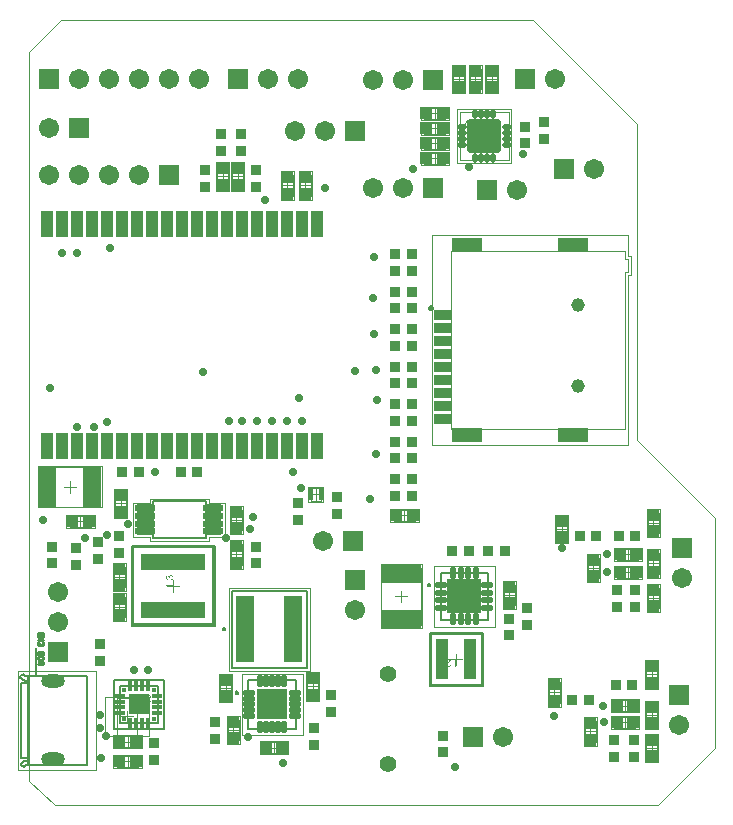
<source format=gts>
%FSTAX23Y23*%
%MOIN*%
%SFA1B1*%

%IPPOS*%
%AMD53*
4,1,8,-0.015800,0.003000,-0.015800,-0.003000,-0.009800,-0.008900,0.009800,-0.008900,0.015800,-0.003000,0.015800,0.003000,0.009800,0.008900,-0.009800,0.008900,-0.015800,0.003000,0.0*
1,1,0.011937,-0.009800,0.003000*
1,1,0.011937,-0.009800,-0.003000*
1,1,0.011937,0.009800,-0.003000*
1,1,0.011937,0.009800,0.003000*
%
%AMD54*
4,1,8,0.003000,0.015800,-0.003000,0.015800,-0.008900,0.009800,-0.008900,-0.009800,-0.003000,-0.015800,0.003000,-0.015800,0.008900,-0.009800,0.008900,0.009800,0.003000,0.015800,0.0*
1,1,0.011937,0.003000,0.009800*
1,1,0.011937,-0.003000,0.009800*
1,1,0.011937,-0.003000,-0.009800*
1,1,0.011937,0.003000,-0.009800*
%
%AMD55*
4,1,8,0.049100,0.055200,-0.049100,0.055200,-0.055200,0.049100,-0.055200,-0.049100,-0.049100,-0.055200,0.049100,-0.055200,0.055200,-0.049100,0.055200,0.049100,0.049100,0.055200,0.0*
1,1,0.012094,0.049100,0.049100*
1,1,0.012094,-0.049100,0.049100*
1,1,0.012094,-0.049100,-0.049100*
1,1,0.012094,0.049100,-0.049100*
%
%AMD61*
4,1,8,0.015000,0.010300,-0.015000,0.010300,-0.020500,0.004700,-0.020500,-0.004700,-0.015000,-0.010300,0.015000,-0.010300,0.020500,-0.004700,0.020500,0.004700,0.015000,0.010300,0.0*
1,1,0.011150,0.015000,0.004700*
1,1,0.011150,-0.015000,0.004700*
1,1,0.011150,-0.015000,-0.004700*
1,1,0.011150,0.015000,-0.004700*
%
%AMD62*
4,1,8,-0.010300,0.015000,-0.010300,-0.015000,-0.004700,-0.020500,0.004700,-0.020500,0.010300,-0.015000,0.010300,0.015000,0.004700,0.020500,-0.004700,0.020500,-0.010300,0.015000,0.0*
1,1,0.011150,-0.004700,0.015000*
1,1,0.011150,-0.004700,-0.015000*
1,1,0.011150,0.004700,-0.015000*
1,1,0.011150,0.004700,0.015000*
%
%AMD63*
4,1,8,-0.026700,-0.012100,0.026700,-0.012100,0.034700,-0.004000,0.034700,0.004000,0.026700,0.012100,-0.026700,0.012100,-0.034700,0.004000,-0.034700,-0.004000,-0.026700,-0.012100,0.0*
1,1,0.016071,-0.026700,-0.004000*
1,1,0.016071,0.026700,-0.004000*
1,1,0.016071,0.026700,0.004000*
1,1,0.016071,-0.026700,0.004000*
%
%AMD65*
4,1,8,0.015600,0.009300,-0.015600,0.009300,-0.020900,0.004000,-0.020900,-0.004000,-0.015600,-0.009300,0.015600,-0.009300,0.020900,-0.004000,0.020900,0.004000,0.015600,0.009300,0.0*
1,1,0.010661,0.015600,0.004000*
1,1,0.010661,-0.015600,0.004000*
1,1,0.010661,-0.015600,-0.004000*
1,1,0.010661,0.015600,-0.004000*
%
%AMD66*
4,1,8,-0.009300,0.015600,-0.009300,-0.015600,-0.004000,-0.020900,0.004000,-0.020900,0.009300,-0.015600,0.009300,0.015600,0.004000,0.020900,-0.004000,0.020900,-0.009300,0.015600,0.0*
1,1,0.010661,-0.004000,0.015600*
1,1,0.010661,-0.004000,-0.015600*
1,1,0.010661,0.004000,-0.015600*
1,1,0.010661,0.004000,0.015600*
%
%ADD10C,0.009449*%
%ADD13C,0.007874*%
%ADD14C,0.005000*%
%ADD16C,0.004000*%
%ADD17C,0.003937*%
%ADD18C,0.010000*%
%ADD19C,0.001969*%
%ADD32R,0.035433X0.011811*%
%ADD33R,0.011811X0.035433*%
%ADD34R,0.011811X0.011811*%
%ADD39R,0.038583X0.133858*%
%ADD40R,0.216535X0.056299*%
%ADD46R,0.063118X0.137921*%
%ADD47R,0.038000X0.038000*%
%ADD48R,0.043433X0.039496*%
%ADD49R,0.038000X0.038000*%
%ADD50R,0.039496X0.043433*%
%ADD51R,0.063118X0.032409*%
%ADD52R,0.102488X0.051307*%
G04~CAMADD=53~8~0.0~0.0~178.4~316.2~59.7~0.0~15~0.0~0.0~0.0~0.0~0~0.0~0.0~0.0~0.0~0~0.0~0.0~0.0~90.0~316.0~178.0*
%ADD53D53*%
G04~CAMADD=54~8~0.0~0.0~178.4~316.2~59.7~0.0~15~0.0~0.0~0.0~0.0~0~0.0~0.0~0.0~0.0~0~0.0~0.0~0.0~0.0~178.4~316.2*
%ADD54D54*%
G04~CAMADD=55~8~0.0~0.0~1103.6~1103.6~60.5~0.0~15~0.0~0.0~0.0~0.0~0~0.0~0.0~0.0~0.0~0~0.0~0.0~0.0~0.0~1103.6~1103.6*
%ADD55D55*%
%ADD56R,0.015874X0.015874*%
%ADD57R,0.070866X0.070866*%
%ADD58R,0.064299X0.224535*%
%ADD59R,0.137921X0.063118*%
%ADD60R,0.114299X0.114299*%
G04~CAMADD=61~8~0.0~0.0~410.7~206.0~55.7~0.0~15~0.0~0.0~0.0~0.0~0~0.0~0.0~0.0~0.0~0~0.0~0.0~0.0~0.0~410.7~206.0*
%ADD61D61*%
G04~CAMADD=62~8~0.0~0.0~410.7~206.0~55.7~0.0~15~0.0~0.0~0.0~0.0~0~0.0~0.0~0.0~0.0~0~0.0~0.0~0.0~90.0~206.0~411.0*
%ADD62D62*%
G04~CAMADD=63~8~0.0~0.0~694.2~241.4~80.4~0.0~15~0.0~0.0~0.0~0.0~0~0.0~0.0~0.0~0.0~0~0.0~0.0~0.0~180.0~694.0~242.0*
%ADD63D63*%
%ADD64R,0.104456X0.104456*%
G04~CAMADD=65~8~0.0~0.0~418.6~186.3~53.3~0.0~15~0.0~0.0~0.0~0.0~0~0.0~0.0~0.0~0.0~0~0.0~0.0~0.0~0.0~418.6~186.3*
%ADD65D65*%
G04~CAMADD=66~8~0.0~0.0~418.6~186.3~53.3~0.0~15~0.0~0.0~0.0~0.0~0~0.0~0.0~0.0~0.0~0~0.0~0.0~0.0~90.0~186.0~418.0*
%ADD66D66*%
%ADD67R,0.043433X0.086740*%
%ADD68R,0.067055X0.067055*%
%ADD69C,0.067055*%
%ADD70C,0.045401*%
%ADD71R,0.067055X0.067055*%
%ADD72C,0.027685*%
%ADD73O,0.078866X0.043433*%
%ADD74C,0.055244*%
%LNsolears_v1-1*%
%LPD*%
G36*
X01384Y01353D02*
Y01353D01*
Y01352*
Y01352*
Y01352*
X01384Y01352*
Y01351*
X01384Y01351*
X01384Y0135*
X01384Y01349*
X01384Y01348*
X01384Y01347*
X01384Y01347*
X01383Y01346*
Y01346*
X01383Y01346*
X01383Y01346*
X01383Y01346*
X01383Y01346*
X01383Y01345*
X01382Y01345*
X01382Y01344*
X01381Y01343*
X0138Y01343*
X0138*
X0138Y01343*
X0138Y01343*
X0138Y01343*
X0138Y01343*
X01379Y01342*
X01379Y01342*
X01379Y01342*
X01378Y01342*
X01378Y01342*
X01377Y01342*
X01377Y01342*
X01376Y01342*
X01376Y01342*
X01374Y01341*
X01374*
X01374Y01342*
X01374*
X01373Y01342*
X01373Y01342*
X01372Y01342*
X01371Y01342*
X01371Y01342*
X0137Y01342*
X01369Y01343*
X01369*
X01369Y01343*
X01368Y01343*
X01368Y01343*
X01368Y01343*
X01367Y01344*
X01367Y01344*
X01366Y01345*
X01366Y01345*
X01365Y01346*
Y01346*
X01365Y01346*
X01365Y01346*
X01365Y01347*
X01365Y01347*
X01365Y01347*
X01365Y01347*
X01365Y01348*
X01365Y01348*
X01365Y01349*
X01365Y01349*
X01365Y0135*
X01365Y0135*
X01365Y01351*
X01365Y01352*
Y01353*
Y01367*
X01368*
Y01353*
Y01353*
Y01352*
Y01352*
Y01352*
X01368Y01352*
Y01351*
X01368Y01351*
X01368Y0135*
X01368Y01349*
X01368Y01348*
X01368Y01348*
X01368Y01348*
X01368Y01348*
X01369Y01347*
X01369Y01347*
X01369Y01347*
X01369Y01346*
X0137Y01346*
X0137Y01346*
X01371Y01345*
X01371Y01345*
X01371Y01345*
X01371Y01345*
X01372Y01345*
X01372Y01345*
X01373Y01345*
X01373Y01345*
X01374Y01344*
X01375*
X01375Y01345*
X01375*
X01375Y01345*
X01376Y01345*
X01377Y01345*
X01378Y01345*
X01379Y01346*
X01379Y01346*
X01379Y01346*
X01379Y01346*
X01379Y01346*
X0138Y01346*
X0138Y01346*
X0138Y01347*
X0138Y01347*
X0138Y01347*
X0138Y01348*
X0138Y01348*
X0138Y01348*
X01381Y01349*
X01381Y0135*
X01381Y0135*
X01381Y01351*
X01381Y01352*
Y01353*
Y01367*
X01384*
Y01353*
G37*
G36*
X01398Y01367D02*
X01398Y01367D01*
X01398Y01367*
X01399Y01367*
X01399Y01367*
X014Y01367*
X01401Y01366*
X01401Y01366*
X01402Y01366*
X01402Y01366*
X01403Y01365*
X01403Y01365*
X01403Y01365*
X01403Y01365*
X01403Y01365*
X01403Y01365*
X01403Y01364*
X01404Y01364*
X01404Y01364*
X01404Y01363*
X01405Y01362*
X01405Y01362*
X01405Y01361*
X01405Y01361*
X01405Y0136*
Y0136*
Y0136*
X01405Y0136*
X01405Y01359*
X01405Y01359*
X01405Y01358*
X01404Y01358*
X01404Y01357*
X01404Y01357*
X01404Y01357*
X01404Y01357*
X01404Y01356*
X01403Y01356*
X01403Y01355*
X01403Y01355*
X01402Y01354*
X01402Y01354*
X01402Y01354*
X01402Y01354*
X01401Y01353*
X01401Y01353*
X01401Y01353*
X01401Y01353*
X014Y01352*
X014Y01352*
X014Y01352*
X01399Y01351*
X01399Y01351*
X01398Y0135*
X01397Y0135*
X01397Y0135*
X01397Y0135*
X01397Y0135*
X01397Y01349*
X01397Y01349*
X01396Y01349*
X01396Y01348*
X01395Y01348*
X01395Y01347*
X01394Y01347*
X01394Y01347*
X01394Y01347*
X01394Y01346*
X01394Y01346*
X01393Y01346*
X01393Y01346*
X01393Y01346*
X01393Y01346*
X01392Y01345*
X01405*
Y01342*
X01388*
Y01342*
Y01342*
Y01342*
X01388Y01343*
X01388Y01343*
X01388Y01343*
X01388Y01344*
X01389Y01344*
Y01344*
X01389Y01344*
X01389Y01344*
X01389Y01345*
X01389Y01345*
X01389Y01346*
X0139Y01346*
X0139Y01347*
X01391Y01347*
Y01347*
X01391Y01347*
X01391Y01348*
X01391Y01348*
X01392Y01349*
X01392Y01349*
X01393Y0135*
X01394Y0135*
X01395Y01351*
X01395Y01351*
X01395Y01351*
X01395Y01352*
X01395Y01352*
X01396Y01352*
X01396Y01352*
X01396Y01353*
X01397Y01353*
X01398Y01354*
X01399Y01355*
X01399Y01355*
X014Y01356*
X014Y01356*
X014Y01357*
Y01357*
X014Y01357*
X014Y01357*
X014Y01357*
X01401Y01357*
X01401Y01358*
X01401Y01358*
X01401Y01359*
X01402Y0136*
X01402Y0136*
Y0136*
Y0136*
X01402Y01361*
X01402Y01361*
X01401Y01361*
X01401Y01362*
X01401Y01362*
X01401Y01363*
X014Y01363*
X014Y01363*
X014Y01364*
X014Y01364*
X01399Y01364*
X01399Y01364*
X01398Y01364*
X01398Y01365*
X01397Y01365*
X01397*
X01396Y01365*
X01396Y01365*
X01396Y01364*
X01395Y01364*
X01394Y01364*
X01394Y01364*
X01393Y01363*
X01393Y01363*
X01393Y01363*
X01393Y01363*
X01393Y01362*
X01392Y01362*
X01392Y01361*
X01392Y0136*
X01392Y0136*
X01389Y0136*
Y0136*
X01389Y0136*
Y0136*
X01389Y01361*
X01389Y01361*
X01389Y01361*
X01389Y01362*
X01389Y01362*
X01389Y01363*
X0139Y01364*
X0139Y01364*
X0139Y01365*
X01391Y01365*
X01391Y01365*
X01391Y01365*
X01391Y01365*
X01391Y01366*
X01392Y01366*
X01392Y01366*
X01392Y01366*
X01392Y01366*
X01393Y01366*
X01393Y01366*
X01394Y01367*
X01394Y01367*
X01395Y01367*
X01395Y01367*
X01396Y01367*
X01396Y01367*
X01397Y01367*
X01397*
X01398Y01367*
G37*
G36*
X02423Y01459D02*
X02419D01*
Y01482*
X02407*
Y01485*
X02423*
Y01459*
G37*
G36*
X02405Y01484D02*
Y01484D01*
Y01484*
X02405Y01484*
X02405Y01483*
X02405Y01483*
X02405Y01483*
X02404Y01482*
Y01482*
X02404Y01482*
X02404Y01482*
X02404Y01482*
X02404Y01481*
X02404Y01481*
X02403Y0148*
X02403Y0148*
X02402Y01479*
Y01479*
X02402Y01479*
X02402Y01479*
X02402Y01478*
X02401Y01478*
X02401Y01477*
X024Y01477*
X02399Y01476*
X02398Y01475*
X02398Y01475*
X02398Y01475*
X02398Y01475*
X02398Y01475*
X02397Y01474*
X02397Y01474*
X02397Y01474*
X02396Y01473*
X02395Y01472*
X02394Y01472*
X02394Y01471*
X02393Y01471*
X02393Y0147*
X02393Y0147*
Y0147*
X02393Y0147*
X02393Y0147*
X02393Y0147*
X02392Y01469*
X02392Y01469*
X02392Y01468*
X02392Y01467*
X02391Y01467*
X02391Y01466*
Y01466*
Y01466*
X02391Y01466*
X02391Y01465*
X02392Y01465*
X02392Y01465*
X02392Y01464*
X02392Y01464*
X02393Y01463*
X02393Y01463*
X02393Y01463*
X02393Y01463*
X02394Y01462*
X02394Y01462*
X02395Y01462*
X02395Y01462*
X02396Y01462*
X02396*
X02396Y01462*
X02397Y01462*
X02397Y01462*
X02398Y01462*
X02399Y01462*
X02399Y01463*
X024Y01463*
X024Y01463*
X024Y01463*
X024Y01464*
X024Y01464*
X02401Y01465*
X02401Y01465*
X02401Y01466*
X02401Y01467*
X02404Y01466*
Y01466*
X02404Y01466*
Y01466*
X02404Y01466*
X02404Y01466*
X02404Y01465*
X02404Y01465*
X02404Y01464*
X02404Y01464*
X02403Y01463*
X02403Y01462*
X02403Y01462*
X02402Y01461*
X02402Y01461*
X02402Y01461*
X02402Y01461*
X02402Y01461*
X02401Y01461*
X02401Y01461*
X02401Y01461*
X02401Y0146*
X024Y0146*
X024Y0146*
X02399Y0146*
X02399Y0146*
X02398Y01459*
X02398Y01459*
X02397Y01459*
X02397Y01459*
X02396Y01459*
X02396*
X02395Y01459*
X02395Y01459*
X02395Y01459*
X02394Y01459*
X02394Y01459*
X02393Y0146*
X02392Y0146*
X02392Y0146*
X02391Y01461*
X02391Y01461*
X0239Y01461*
X0239Y01461*
X0239Y01461*
X0239Y01461*
X0239Y01462*
X0239Y01462*
X0239Y01462*
X02389Y01462*
X02389Y01463*
X02389Y01463*
X02388Y01464*
X02388Y01465*
X02388Y01465*
X02388Y01466*
X02388Y01466*
Y01466*
Y01466*
X02388Y01467*
X02388Y01467*
X02388Y01468*
X02388Y01468*
X02389Y01469*
X02389Y01469*
X02389Y01469*
X02389Y01469*
X02389Y0147*
X02389Y0147*
X0239Y01471*
X0239Y01471*
X0239Y01472*
X02391Y01472*
X02391Y01472*
X02391Y01473*
X02391Y01473*
X02392Y01473*
X02392Y01473*
X02392Y01473*
X02392Y01474*
X02393Y01474*
X02393Y01474*
X02393Y01475*
X02394Y01475*
X02394Y01476*
X02395Y01476*
X02396Y01477*
X02396Y01477*
X02396Y01477*
X02396Y01477*
X02396Y01477*
X02396Y01477*
X02397Y01477*
X02397Y01478*
X02398Y01478*
X02398Y01479*
X02399Y0148*
X02399Y0148*
X02399Y0148*
X02399Y0148*
X02399Y0148*
X024Y0148*
X024Y0148*
X024Y01481*
X024Y01481*
X02401Y01482*
X02388*
Y01485*
X02405*
Y01484*
G37*
G36*
X01473Y01765D02*
X01473Y01765D01*
X01473Y01765*
X01474Y01765*
X01474Y01765*
X01475Y01764*
X01475Y01764*
X01476Y01764*
X01476Y01764*
X01477Y01763*
X01477Y01763*
X01478Y01763*
X01478Y01762*
X01478Y01762*
X01478Y01762*
X01478Y01762*
X01478Y01762*
X01478Y01762*
X01479Y01761*
X01479Y01761*
X01479Y0176*
X01479Y0176*
X01479Y01759*
X0148Y01759*
X0148Y01758*
X0148Y01758*
X0148Y01757*
X0148Y01756*
Y01756*
X0148Y01756*
X0148Y01756*
X0148Y01755*
X0148Y01755*
X0148Y01755*
X01479Y01754*
X01479Y01753*
X01479Y01752*
X01479Y01752*
X01478Y01751*
X01478Y01751*
X01478Y01751*
X01478Y01751*
X01478Y01751*
X01478Y01751*
X01477Y0175*
X01477Y0175*
X01477Y0175*
X01477Y0175*
X01476Y0175*
X01476Y01749*
X01475Y01749*
X01474Y01749*
X01473Y01749*
X01473Y01748*
X01472Y01752*
X01472*
X01473Y01752*
X01473Y01752*
X01473Y01752*
X01473Y01752*
X01473Y01752*
X01474Y01752*
X01475Y01752*
X01475Y01753*
X01476Y01753*
X01476Y01753*
X01476Y01753*
X01476Y01754*
X01477Y01754*
X01477Y01754*
X01477Y01755*
X01477Y01755*
X01477Y01756*
X01477Y01756*
Y01757*
X01477Y01757*
X01477Y01757*
X01477Y01758*
X01477Y01758*
X01477Y01759*
X01476Y0176*
X01476Y0176*
X01476Y0176*
X01476Y0176*
X01475Y01761*
X01475Y01761*
X01474Y01761*
X01474Y01761*
X01473Y01762*
X01472Y01762*
X01472*
X01472*
X01472*
X01472Y01762*
X01471Y01762*
X01471Y01761*
X0147Y01761*
X0147Y01761*
X01469Y01761*
X01469Y0176*
X01469Y0176*
X01468Y0176*
X01468Y0176*
X01468Y01759*
X01468Y01759*
X01467Y01758*
X01467Y01757*
X01467Y01757*
Y01756*
X01467Y01756*
X01467Y01756*
X01467Y01755*
X01467Y01755*
X01468Y01755*
X01465Y01755*
Y01755*
X01465Y01755*
Y01756*
X01465Y01756*
X01465Y01757*
X01465Y01757*
X01464Y01758*
X01464Y01758*
X01464Y01759*
Y01759*
X01464Y01759*
X01464Y01759*
X01463Y01759*
X01463Y0176*
X01463Y0176*
X01462Y0176*
X01461Y0176*
X01461Y01761*
X01461*
X01461*
X01461*
X0146*
X0146Y0176*
X0146Y0176*
X01459Y0176*
X01459Y0176*
X01458Y0176*
X01458Y01759*
X01458Y01759*
X01458Y01759*
X01458Y01759*
X01457Y01759*
X01457Y01758*
X01457Y01758*
X01457Y01757*
X01457Y01756*
Y01756*
X01457Y01756*
X01457Y01755*
X01457Y01755*
X01457Y01754*
X01458Y01754*
X01458Y01753*
X01458Y01753*
X01458Y01753*
X01458Y01753*
X01459Y01753*
X01459Y01753*
X0146Y01752*
X0146Y01752*
X01461Y01752*
X01461Y01749*
X01461*
X01461Y01749*
X0146Y01749*
X0146Y01749*
X0146Y01749*
X0146Y01749*
X01459Y01749*
X01458Y0175*
X01457Y0175*
X01457Y01751*
X01456Y01751*
X01456Y01751*
X01456Y01751*
X01456Y01752*
X01456Y01752*
X01456Y01752*
X01455Y01752*
X01455Y01752*
X01455Y01753*
X01455Y01753*
X01454Y01754*
X01454Y01755*
X01454Y01756*
Y01757*
X01454Y01757*
X01454Y01758*
X01454Y01758*
X01455Y01759*
X01455Y01759*
X01455Y0176*
Y0176*
X01455Y0176*
X01455Y0176*
X01455Y01761*
X01456Y01761*
X01456Y01762*
X01456Y01762*
X01457Y01762*
X01458Y01763*
X01458Y01763*
X01458Y01763*
X01458Y01763*
X01458Y01763*
X01459Y01763*
X0146Y01764*
X0146Y01764*
X01461Y01764*
X01461*
X01461*
X01461Y01764*
X01462Y01764*
X01462Y01763*
X01463Y01763*
X01463Y01763*
X01464Y01763*
X01464Y01763*
X01464Y01763*
X01464Y01762*
X01465Y01762*
X01465Y01762*
X01465Y01761*
X01466Y01761*
X01466Y0176*
Y0176*
X01466Y0176*
X01466Y0176*
X01466Y01761*
X01466Y01761*
X01466Y01761*
X01467Y01762*
X01467Y01763*
X01467Y01763*
X01468Y01764*
X01468Y01764*
X01468Y01764*
X01469Y01764*
X01469Y01764*
X0147Y01765*
X0147Y01765*
X01471Y01765*
X01472Y01765*
X01472*
X01472*
X01472*
X01473Y01765*
G37*
G36*
X0148Y0173D02*
X01454D01*
Y01733*
X01477*
Y01746*
X0148*
Y0173*
G37*
G54D10*
X02342Y02657D02*
D01*
X02342Y02657*
X02342Y02657*
X02342Y02658*
X02342Y02658*
X02342Y02658*
X02342Y02659*
X02342Y02659*
X02341Y02659*
X02341Y02659*
X02341Y0266*
X02341Y0266*
X02341Y0266*
X0234Y0266*
X0234Y02661*
X0234Y02661*
X02339Y02661*
X02339Y02661*
X02339Y02661*
X02339Y02661*
X02338Y02661*
X02338Y02661*
X02338Y02661*
X02337*
X02337Y02661*
X02337Y02661*
X02336Y02661*
X02336Y02661*
X02336Y02661*
X02335Y02661*
X02335Y02661*
X02335Y02661*
X02334Y0266*
X02334Y0266*
X02334Y0266*
X02334Y0266*
X02334Y02659*
X02333Y02659*
X02333Y02659*
X02333Y02659*
X02333Y02658*
X02333Y02658*
X02333Y02658*
X02333Y02657*
X02333Y02657*
X02333Y02657*
X02333Y02656*
X02333Y02656*
X02333Y02656*
X02333Y02655*
X02333Y02655*
X02333Y02655*
X02333Y02654*
X02333Y02654*
X02334Y02654*
X02334Y02654*
X02334Y02653*
X02334Y02653*
X02334Y02653*
X02335Y02653*
X02335Y02653*
X02335Y02652*
X02336Y02652*
X02336Y02652*
X02336Y02652*
X02337Y02652*
X02337Y02652*
X02337Y02652*
X02338*
X02338Y02652*
X02338Y02652*
X02339Y02652*
X02339Y02652*
X02339Y02652*
X02339Y02652*
X0234Y02653*
X0234Y02653*
X0234Y02653*
X02341Y02653*
X02341Y02653*
X02341Y02654*
X02341Y02654*
X02341Y02654*
X02342Y02654*
X02342Y02655*
X02342Y02655*
X02342Y02655*
X02342Y02656*
X02342Y02656*
X02342Y02656*
X02342Y02657*
G54D13*
X01302Y01397D02*
X01427D01*
Y01272D02*
Y01397D01*
X01302Y01272D02*
X01427D01*
X01302D02*
Y01397D01*
X02338Y014D02*
X02507D01*
X02338D02*
Y01569D01*
X02507*
Y014D02*
Y01569D01*
X01346Y01601D02*
Y01859D01*
X01613*
Y01601D02*
Y01859D01*
X01346Y01601D02*
X01613D01*
X01282Y01417D02*
X01447D01*
Y01252D02*
Y01417D01*
X01282Y01252D02*
X01447D01*
X01282D02*
Y01417D01*
X02334Y01396D02*
X02511D01*
X02334D02*
Y01573D01*
X02511*
Y01396D02*
Y01573D01*
X01342Y01597D02*
Y01863D01*
X01617*
Y01597D02*
Y01863D01*
X01342Y01597D02*
X01617D01*
X01282Y01417D02*
X01447D01*
Y01252D02*
Y01417D01*
X01282Y01252D02*
X01447D01*
X01282D02*
Y01417D01*
X02334Y01396D02*
X02511D01*
X02334D02*
Y01573D01*
X02511*
Y01396D02*
Y01573D01*
X01342Y01597D02*
Y01863D01*
X01617*
Y01597D02*
Y01863D01*
X01342Y01597D02*
X01617D01*
X01652Y01585D02*
D01*
X01652Y01585*
X01652Y01585*
X01652Y01585*
X01652Y01586*
X01652Y01586*
X01652Y01586*
X01651Y01586*
X01651Y01587*
X01651Y01587*
X01651Y01587*
X01651Y01587*
X01651Y01587*
X0165Y01588*
X0165Y01588*
X0165Y01588*
X0165Y01588*
X01649Y01588*
X01649Y01588*
X01649Y01588*
X01649Y01588*
X01648Y01588*
X01648Y01588*
X01648*
X01648Y01588*
X01647Y01588*
X01647Y01588*
X01647Y01588*
X01646Y01588*
X01646Y01588*
X01646Y01588*
X01646Y01588*
X01646Y01588*
X01645Y01587*
X01645Y01587*
X01645Y01587*
X01645Y01587*
X01645Y01587*
X01644Y01586*
X01644Y01586*
X01644Y01586*
X01644Y01586*
X01644Y01585*
X01644Y01585*
X01644Y01585*
X01644Y01585*
X01644Y01584*
X01644Y01584*
X01644Y01584*
X01644Y01583*
X01644Y01583*
X01644Y01583*
X01644Y01583*
X01645Y01582*
X01645Y01582*
X01645Y01582*
X01645Y01582*
X01645Y01582*
X01646Y01581*
X01646Y01581*
X01646Y01581*
X01646Y01581*
X01646Y01581*
X01647Y01581*
X01647Y01581*
X01647Y01581*
X01648Y01581*
X01648Y01581*
X01648*
X01648Y01581*
X01649Y01581*
X01649Y01581*
X01649Y01581*
X01649Y01581*
X0165Y01581*
X0165Y01581*
X0165Y01581*
X0165Y01581*
X01651Y01582*
X01651Y01582*
X01651Y01582*
X01651Y01582*
X01651Y01582*
X01651Y01583*
X01652Y01583*
X01652Y01583*
X01652Y01583*
X01652Y01584*
X01652Y01584*
X01652Y01584*
X01652Y01585*
X02336Y01733D02*
D01*
X02336Y01733*
X02336Y01733*
X02336Y01734*
X02336Y01734*
X02336Y01734*
X02336Y01734*
X02336Y01735*
X02336Y01735*
X02336Y01735*
X02335Y01735*
X02335Y01736*
X02335Y01736*
X02335Y01736*
X02335Y01736*
X02334Y01736*
X02334Y01736*
X02334Y01737*
X02334Y01737*
X02333Y01737*
X02333Y01737*
X02333Y01737*
X02333Y01737*
X02332*
X02332Y01737*
X02332Y01737*
X02331Y01737*
X02331Y01737*
X02331Y01737*
X02331Y01736*
X0233Y01736*
X0233Y01736*
X0233Y01736*
X0233Y01736*
X0233Y01736*
X02329Y01735*
X02329Y01735*
X02329Y01735*
X02329Y01735*
X02329Y01734*
X02329Y01734*
X02329Y01734*
X02329Y01734*
X02328Y01733*
X02328Y01733*
X02328Y01733*
X02328Y01733*
X02328Y01732*
X02329Y01732*
X02329Y01732*
X02329Y01732*
X02329Y01731*
X02329Y01731*
X02329Y01731*
X02329Y01731*
X02329Y0173*
X0233Y0173*
X0233Y0173*
X0233Y0173*
X0233Y0173*
X0233Y01729*
X02331Y01729*
X02331Y01729*
X02331Y01729*
X02331Y01729*
X02332Y01729*
X02332Y01729*
X02332Y01729*
X02333*
X02333Y01729*
X02333Y01729*
X02333Y01729*
X02334Y01729*
X02334Y01729*
X02334Y01729*
X02334Y01729*
X02335Y0173*
X02335Y0173*
X02335Y0173*
X02335Y0173*
X02335Y0173*
X02336Y01731*
X02336Y01731*
X02336Y01731*
X02336Y01731*
X02336Y01732*
X02336Y01732*
X02336Y01732*
X02336Y01732*
X02336Y01733*
X02336Y01733*
X01696Y01374D02*
D01*
X01696Y01374*
X01695Y01374*
X01695Y01375*
X01695Y01375*
X01695Y01375*
X01695Y01375*
X01695Y01376*
X01695Y01376*
X01695Y01376*
X01695Y01376*
X01694Y01377*
X01694Y01377*
X01694Y01377*
X01694Y01377*
X01694Y01377*
X01693Y01377*
X01693Y01378*
X01693Y01378*
X01693Y01378*
X01692Y01378*
X01692Y01378*
X01692Y01378*
X01691*
X01691Y01378*
X01691Y01378*
X01691Y01378*
X0169Y01378*
X0169Y01378*
X0169Y01377*
X0169Y01377*
X01689Y01377*
X01689Y01377*
X01689Y01377*
X01689Y01377*
X01689Y01376*
X01688Y01376*
X01688Y01376*
X01688Y01376*
X01688Y01375*
X01688Y01375*
X01688Y01375*
X01688Y01375*
X01688Y01374*
X01688Y01374*
X01688Y01374*
X01688Y01374*
X01688Y01373*
X01688Y01373*
X01688Y01373*
X01688Y01373*
X01688Y01372*
X01688Y01372*
X01688Y01372*
X01688Y01372*
X01689Y01371*
X01689Y01371*
X01689Y01371*
X01689Y01371*
X01689Y01371*
X0169Y0137*
X0169Y0137*
X0169Y0137*
X0169Y0137*
X01691Y0137*
X01691Y0137*
X01691Y0137*
X01691Y0137*
X01692*
X01692Y0137*
X01692Y0137*
X01693Y0137*
X01693Y0137*
X01693Y0137*
X01693Y0137*
X01694Y0137*
X01694Y01371*
X01694Y01371*
X01694Y01371*
X01694Y01371*
X01695Y01371*
X01695Y01372*
X01695Y01372*
X01695Y01372*
X01695Y01372*
X01695Y01373*
X01695Y01373*
X01695Y01373*
X01695Y01373*
X01696Y01374*
X01696Y01374*
G54D14*
X00997Y01131D02*
D01*
X00996Y01131*
X00995Y01132*
X00994Y01132*
X00993Y01132*
X00993Y01132*
X00992Y01132*
X00991Y01132*
X0099Y01132*
X00989Y01132*
X00989Y01132*
X00988Y01132*
X00987Y01132*
X00986Y01131*
X00986Y01131*
X00985Y0113*
X00984Y0113*
X00984Y01129*
X00983Y01129*
X00982Y01128*
X00982Y01128*
X00981Y01127*
X00981Y01126*
X00981Y01126*
X00993Y01147D02*
D01*
X00991Y01147*
X0099Y01147*
X00989Y01147*
X00988Y01147*
X00986Y01147*
X00985Y01147*
X00984Y01147*
X00983Y01146*
X00982Y01146*
X0098Y01145*
X00979Y01145*
X00978Y01144*
X00977Y01143*
X00976Y01142*
X00975Y01141*
X00975Y01141*
X00974Y0114*
X00973Y01138*
X00972Y01137*
X00972Y01136*
X00971Y01135*
X00971Y01134*
X00971Y01133*
X00981Y01435D02*
D01*
X00981Y01435*
X00982Y01434*
X00982Y01433*
X00983Y01433*
X00983Y01432*
X00984Y01432*
X00984Y01431*
X00985Y01431*
X00986Y0143*
X00987Y0143*
X00987Y0143*
X00988Y01429*
X00989Y01429*
X0099Y01429*
X00991Y01429*
X00991Y01429*
X00992Y01429*
X00993Y01429*
X00994Y01429*
X00995Y0143*
X00995Y0143*
X00996Y0143*
X00997Y0143*
X00969Y01428D02*
D01*
X00969Y01427*
X0097Y01426*
X0097Y01424*
X00971Y01423*
X00972Y01422*
X00973Y01421*
X00974Y0142*
X00974Y01419*
X00975Y01418*
X00977Y01417*
X00978Y01417*
X00979Y01416*
X0098Y01415*
X00981Y01415*
X00983Y01415*
X00984Y01414*
X00985Y01414*
X00987Y01414*
X00988Y01414*
X00989Y01414*
X00991Y01414*
X00992Y01414*
X00993Y01415*
X01193Y01131D02*
Y0143D01*
X01022D02*
X01193D01*
X00995D02*
X01022D01*
X00995Y01131D02*
Y0143D01*
Y01131D02*
X00997D01*
X01193*
X00971Y01133D02*
X00981Y01126D01*
X00971Y01155D02*
X00993D01*
X00971D02*
Y01407D01*
X00993*
X00969Y01428D02*
X00981Y01435D01*
X01022Y0143D02*
Y01523D01*
X01674Y01714D02*
X01925D01*
Y01455D02*
Y01714D01*
X01674Y01455D02*
X01925D01*
X01674D02*
Y01714D01*
X02371Y01616D02*
Y01773D01*
X02528Y01616D02*
Y01773D01*
X02371D02*
X02528D01*
X02371Y01616D02*
X02528D01*
X01411Y02011D02*
X01588D01*
Y01888D02*
Y02011D01*
X01411Y01888D02*
X01588D01*
X01411D02*
Y02011D01*
X01729Y01254D02*
Y01415D01*
X0189Y01254D02*
Y01415D01*
X01729D02*
X0189D01*
X01729Y01254D02*
X0189D01*
G54D16*
X02461Y0324D02*
Y03215D01*
X02466Y0321*
X02476*
X02481Y03215*
Y0324*
X02511D02*
X02501Y03235D01*
X02491Y03225*
Y03215*
X02496Y0321*
X02506*
X02511Y03215*
Y0322*
X02506Y03225*
X02491*
G54D17*
X01Y0108D02*
Y0351D01*
X01105Y03615*
X0268*
X0291Y03385*
X0299Y03305*
X03025Y0327*
Y02215D02*
Y0327D01*
Y02215D02*
X03285Y01955D01*
Y0119D02*
Y01955D01*
X03095Y01D02*
X03285Y0119D01*
X01085Y01D02*
X03095D01*
X01Y0108D02*
X01085Y01D01*
X02476Y0327D02*
D01*
X02476Y0327*
X02476Y03271*
X02476Y03272*
X02475Y03273*
X02475Y03274*
X02475Y03274*
X02474Y03275*
X02474Y03276*
X02474Y03276*
X02473Y03277*
X02473Y03278*
X02472Y03278*
X02471Y03279*
X02471Y03279*
X0247Y0328*
X02469Y0328*
X02468Y0328*
X02468Y03281*
X02467Y03281*
X02466Y03281*
X02465Y03281*
X02464Y03281*
X02464*
X02463Y03281*
X02462Y03281*
X02461Y03281*
X0246Y03281*
X0246Y0328*
X02459Y0328*
X02458Y0328*
X02457Y03279*
X02457Y03279*
X02456Y03278*
X02456Y03278*
X02455Y03277*
X02454Y03276*
X02454Y03276*
X02454Y03275*
X02453Y03274*
X02453Y03274*
X02453Y03273*
X02452Y03272*
X02452Y03271*
X02452Y0327*
X02452Y0327*
X02452Y03269*
X02452Y03268*
X02452Y03267*
X02453Y03266*
X02453Y03265*
X02453Y03265*
X02454Y03264*
X02454Y03263*
X02454Y03263*
X02455Y03262*
X02456Y03261*
X02456Y03261*
X02457Y0326*
X02457Y0326*
X02458Y03259*
X02459Y03259*
X0246Y03259*
X0246Y03258*
X02461Y03258*
X02462Y03258*
X02463Y03258*
X02464Y03258*
X02464*
X02465Y03258*
X02466Y03258*
X02467Y03258*
X02468Y03258*
X02468Y03259*
X02469Y03259*
X0247Y03259*
X02471Y0326*
X02471Y0326*
X02472Y03261*
X02473Y03261*
X02473Y03262*
X02474Y03263*
X02474Y03263*
X02474Y03264*
X02475Y03265*
X02475Y03265*
X02475Y03266*
X02476Y03267*
X02476Y03268*
X02476Y03269*
X02476Y0327*
X0104Y02126D02*
X01229D01*
X0104Y01993D02*
X01229D01*
X0104D02*
Y02126D01*
X01229Y01993D02*
Y02126D01*
X02861Y01824D02*
X02898D01*
X02861Y01755D02*
X02898D01*
Y01824*
X02861Y01755D02*
Y01824D01*
X02215Y01946D02*
Y01983D01*
X02284Y01946D02*
Y01983D01*
X02215D02*
X02284D01*
X02215Y01946D02*
X02284D01*
X03061Y01724D02*
X03098D01*
X03061Y01655D02*
X03098D01*
Y01724*
X03061Y01655D02*
Y01724D01*
Y01839D02*
X03098D01*
X03061Y0177D02*
X03098D01*
Y01839*
X03061Y0177D02*
Y01839D01*
Y01974D02*
X03098D01*
X03061Y01905D02*
X03098D01*
Y01974*
X03061Y01905D02*
Y01974D01*
X02756Y01954D02*
X02793D01*
X02756Y01885D02*
X02793D01*
Y01954*
X02756Y01885D02*
Y01954D01*
X0296Y01756D02*
Y01793D01*
X03029Y01756D02*
Y01793D01*
X0296D02*
X03029D01*
X0296Y01756D02*
X03029D01*
X0296Y01816D02*
Y01853D01*
X03029Y01816D02*
Y01853D01*
X0296D02*
X03029D01*
X0296Y01816D02*
X03029D01*
X02851Y01279D02*
X02888D01*
X02851Y0121D02*
X02888D01*
Y01279*
X02851Y0121D02*
Y01279D01*
X03056Y01469D02*
X03093D01*
X03056Y014D02*
X03093D01*
Y01469*
X03056Y014D02*
Y01469D01*
X02731Y01409D02*
X02768D01*
X02731Y0134D02*
X02768D01*
Y01409*
X02731Y0134D02*
Y01409D01*
X0295Y01256D02*
Y01293D01*
X03019Y01256D02*
Y01293D01*
X0295D02*
X03019D01*
X0295Y01256D02*
X03019D01*
X0295Y01311D02*
Y01348D01*
X03019Y01311D02*
Y01348D01*
X0295D02*
X03019D01*
X0295Y01311D02*
X03019D01*
X03056Y01334D02*
X03093D01*
X03056Y01265D02*
X03093D01*
Y01334*
X03056Y01265D02*
Y01334D01*
Y01224D02*
X03093D01*
X03056Y01155D02*
X03093D01*
Y01224*
X03056Y01155D02*
Y01224D01*
X01204Y01926D02*
Y01963D01*
X01135Y01926D02*
Y01963D01*
Y01926D02*
X01204D01*
X01135Y01963D02*
X01204D01*
X01676Y03129D02*
X01713D01*
X01676Y0306D02*
X01713D01*
Y03129*
X01676Y0306D02*
Y03129D01*
X01626D02*
X01663D01*
X01626Y0306D02*
X01663D01*
Y03129*
X01626Y0306D02*
Y03129D01*
X01901Y03099D02*
X01938D01*
X01901Y0303D02*
X01938D01*
Y03099*
X01901Y0303D02*
Y03099D01*
X01841D02*
X01878D01*
X01841Y0303D02*
X01878D01*
Y03099*
X01841Y0303D02*
Y03099D01*
X02986Y02253D02*
Y02775D01*
X02405Y02253D02*
X02986D01*
X02405D02*
Y02846D01*
X02986Y02775D02*
X02996D01*
Y02818*
X02986D02*
X02996D01*
X02986D02*
Y02846D01*
X02405D02*
X02986D01*
X02435Y03149D02*
Y0331D01*
X02597Y03149D02*
Y0331D01*
X02435D02*
X02597D01*
X02435Y03149D02*
X02597D01*
X02385Y03236D02*
Y03273D01*
X02316Y03236D02*
Y03273D01*
Y03236D02*
X02385D01*
X02316Y03273D02*
X02385D01*
Y03286D02*
Y03323D01*
X02316Y03286D02*
Y03323D01*
Y03286D02*
X02385D01*
X02316Y03323D02*
X02385D01*
Y03186D02*
Y03223D01*
X02316Y03186D02*
Y03223D01*
Y03186D02*
X02385D01*
X02316Y03223D02*
X02385D01*
Y03136D02*
Y03173D01*
X02316Y03136D02*
Y03173D01*
Y03136D02*
X02385D01*
X02316Y03173D02*
X02385D01*
X02412Y03454D02*
X0245D01*
X02412Y03385D02*
X0245D01*
Y03454*
X02412Y03385D02*
Y03454D01*
X02522D02*
X0256D01*
X02522Y03385D02*
X0256D01*
Y03454*
X02522Y03385D02*
Y03454D01*
X02467D02*
X02505D01*
X02467Y03385D02*
X02505D01*
Y03454*
X02467Y03385D02*
Y03454D01*
X01971Y02014D02*
Y02055D01*
X01938Y02014D02*
Y02055D01*
Y02014D02*
X01971D01*
X01938Y02055D02*
X01971D01*
X01291Y01356D02*
X01358D01*
X01291Y01233D02*
X01358D01*
Y01356*
X01291Y01233D02*
Y01356D01*
X01293Y01191D02*
Y01228D01*
X01362Y01191D02*
Y01228D01*
X01293D02*
X01362D01*
X01293Y01191D02*
X01362D01*
X01293Y01126D02*
Y01163D01*
X01362Y01126D02*
Y01163D01*
X01293D02*
X01362D01*
X01293Y01126D02*
X01362D01*
X02306Y016D02*
Y01789D01*
X02173Y016D02*
Y01789D01*
X02306*
X02173Y016D02*
X02306D01*
X01281Y01625D02*
X01318D01*
X01281Y01694D02*
X01318D01*
X01281Y01625D02*
Y01694D01*
X01318Y01625D02*
Y01694D01*
X01281Y01725D02*
X01318D01*
X01281Y01794D02*
X01318D01*
X01281Y01725D02*
Y01794D01*
X01318Y01725D02*
Y01794D01*
X01671Y01915D02*
X01708D01*
X01671Y01984D02*
X01708D01*
X01671Y01915D02*
Y01984D01*
X01708Y01915D02*
Y01984D01*
X01671Y018D02*
X01708D01*
X01671Y01869D02*
X01708D01*
X01671Y018D02*
Y01869D01*
X01708Y018D02*
Y01869D01*
X01286Y0197D02*
X01323D01*
X01286Y02039D02*
X01323D01*
X01286Y0197D02*
Y02039D01*
X01323Y0197D02*
Y02039D01*
X01926Y01429D02*
X01963D01*
X01926Y0136D02*
X01963D01*
Y01429*
X01926Y0136D02*
Y01429D01*
X01661Y01215D02*
X01698D01*
X01661Y01284D02*
X01698D01*
X01661Y01215D02*
Y01284D01*
X01698Y01215D02*
Y01284D01*
X01636Y01424D02*
X01673D01*
X01636Y01355D02*
X01673D01*
Y01424*
X01636Y01355D02*
Y01424D01*
X01849Y01171D02*
Y01208D01*
X0178Y01171D02*
Y01208D01*
Y01171D02*
X01849D01*
X0178Y01208D02*
X01849D01*
X02581Y01734D02*
X02618D01*
X02581Y01665D02*
X02618D01*
Y01734*
X02581Y01665D02*
Y01734D01*
X01135Y0204D02*
Y02079D01*
X01115Y0206D02*
X01154D01*
X01028Y02128D02*
X01241D01*
X01028Y01991D02*
X01241D01*
X01028D02*
Y02128D01*
X01241Y01991D02*
Y02128D01*
X02858Y01837D02*
X02901D01*
X02858Y01742D02*
X02901D01*
Y01837*
X02858Y01742D02*
Y01837D01*
X0288Y01771D02*
Y01808D01*
X02861Y0179D02*
X02898D01*
X02202Y01943D02*
Y01986D01*
X02297Y01943D02*
Y01986D01*
X02202D02*
X02297D01*
X02202Y01943D02*
X02297D01*
X02231Y01965D02*
X02268D01*
X0225Y01946D02*
Y01983D01*
X03058Y01737D02*
X03101D01*
X03058Y01642D02*
X03101D01*
Y01737*
X03058Y01642D02*
Y01737D01*
X0308Y01671D02*
Y01708D01*
X03061Y0169D02*
X03098D01*
X03058Y01852D02*
X03101D01*
X03058Y01757D02*
X03101D01*
Y01852*
X03058Y01757D02*
Y01852D01*
X0308Y01786D02*
Y01823D01*
X03061Y01805D02*
X03098D01*
X03058Y01987D02*
X03101D01*
X03058Y01892D02*
X03101D01*
Y01987*
X03058Y01892D02*
Y01987D01*
X0308Y01921D02*
Y01958D01*
X03061Y0194D02*
X03098D01*
X02753Y01967D02*
X02796D01*
X02753Y01872D02*
X02796D01*
Y01967*
X02753Y01872D02*
Y01967D01*
X02775Y01901D02*
Y01938D01*
X02756Y0192D02*
X02793D01*
X02947Y01753D02*
Y01796D01*
X03042Y01753D02*
Y01796D01*
X02947D02*
X03042D01*
X02947Y01753D02*
X03042D01*
X02976Y01775D02*
X03013D01*
X02995Y01756D02*
Y01793D01*
X02947Y01813D02*
Y01856D01*
X03042Y01813D02*
Y01856D01*
X02947D02*
X03042D01*
X02947Y01813D02*
X03042D01*
X02976Y01835D02*
X03013D01*
X02995Y01816D02*
Y01853D01*
X02848Y01292D02*
X02891D01*
X02848Y01197D02*
X02891D01*
Y01292*
X02848Y01197D02*
Y01292D01*
X0287Y01226D02*
Y01263D01*
X02851Y01245D02*
X02888D01*
X03053Y01482D02*
X03096D01*
X03053Y01387D02*
X03096D01*
Y01482*
X03053Y01387D02*
Y01482D01*
X03075Y01416D02*
Y01453D01*
X03056Y01435D02*
X03093D01*
X02728Y01422D02*
X02771D01*
X02728Y01327D02*
X02771D01*
Y01422*
X02728Y01327D02*
Y01422D01*
X0275Y01356D02*
Y01393D01*
X02731Y01375D02*
X02768D01*
X02937Y01253D02*
Y01296D01*
X03032Y01253D02*
Y01296D01*
X02937D02*
X03032D01*
X02937Y01253D02*
X03032D01*
X02966Y01275D02*
X03003D01*
X02985Y01256D02*
Y01293D01*
X02937Y01308D02*
Y01351D01*
X03032Y01308D02*
Y01351D01*
X02937D02*
X03032D01*
X02937Y01308D02*
X03032D01*
X02966Y0133D02*
X03003D01*
X02985Y01311D02*
Y01348D01*
X03053Y01347D02*
X03096D01*
X03053Y01252D02*
X03096D01*
Y01347*
X03053Y01252D02*
Y01347D01*
X03075Y01281D02*
Y01318D01*
X03056Y013D02*
X03093D01*
X03053Y01237D02*
X03096D01*
X03053Y01142D02*
X03096D01*
Y01237*
X03053Y01142D02*
Y01237D01*
X03075Y01171D02*
Y01208D01*
X03056Y0119D02*
X03093D01*
X01217Y01923D02*
Y01966D01*
X01122Y01923D02*
Y01966D01*
Y01923D02*
X01217D01*
X01122Y01966D02*
X01217D01*
X01151Y01945D02*
X01188D01*
X0117Y01926D02*
Y01963D01*
X01673Y03142D02*
X01716D01*
X01673Y03047D02*
X01716D01*
Y03142*
X01673Y03047D02*
Y03142D01*
X01695Y03076D02*
Y03113D01*
X01676Y03095D02*
X01713D01*
X01623Y03142D02*
X01666D01*
X01623Y03047D02*
X01666D01*
Y03142*
X01623Y03047D02*
Y03142D01*
X01645Y03076D02*
Y03113D01*
X01626Y03095D02*
X01663D01*
X01898Y03112D02*
X01941D01*
X01898Y03017D02*
X01941D01*
Y03112*
X01898Y03017D02*
Y03112D01*
X0192Y03046D02*
Y03083D01*
X01901Y03065D02*
X01938D01*
X01838Y03112D02*
X01881D01*
X01838Y03017D02*
X01881D01*
Y03112*
X01838Y03017D02*
Y03112D01*
X0186Y03046D02*
Y03083D01*
X01841Y03065D02*
X01878D01*
X02496Y0323D02*
X02536D01*
X02516Y0321D02*
Y03249D01*
X02398Y03233D02*
Y03276D01*
X02304Y03233D02*
Y03276D01*
Y03233D02*
X02398D01*
X02304Y03276D02*
X02398D01*
X02332Y03255D02*
X0237D01*
X02351Y03236D02*
Y03273D01*
X02398Y03283D02*
Y03326D01*
X02304Y03283D02*
Y03326D01*
Y03283D02*
X02398D01*
X02304Y03326D02*
X02398D01*
X02332Y03305D02*
X0237D01*
X02351Y03286D02*
Y03323D01*
X02398Y03183D02*
Y03226D01*
X02304Y03183D02*
Y03226D01*
Y03183D02*
X02398D01*
X02304Y03226D02*
X02398D01*
X02332Y03205D02*
X0237D01*
X02351Y03186D02*
Y03223D01*
X02398Y03133D02*
Y03176D01*
X02304Y03133D02*
Y03176D01*
Y03133D02*
X02398D01*
X02304Y03176D02*
X02398D01*
X02332Y03155D02*
X0237D01*
X02351Y03136D02*
Y03173D01*
X02409Y03467D02*
X02452D01*
X02409Y03372D02*
X02452D01*
Y03467*
X02409Y03372D02*
Y03467D01*
X02431Y03401D02*
Y03438D01*
X02412Y0342D02*
X0245D01*
X02519Y03467D02*
X02562D01*
X02519Y03372D02*
X02562D01*
Y03467*
X02519Y03372D02*
Y03467D01*
X02541Y03401D02*
Y03438D01*
X02522Y0342D02*
X0256D01*
X02464Y03467D02*
X02507D01*
X02464Y03372D02*
X02507D01*
Y03467*
X02464Y03372D02*
Y03467D01*
X02486Y03401D02*
Y03438D01*
X02467Y0342D02*
X02505D01*
X01935Y02035D02*
X01974D01*
X01955Y02015D02*
Y02054D01*
X01325Y01275D02*
Y01314D01*
X01305Y01295D02*
X01344D01*
X0128Y01188D02*
Y01231D01*
X01374Y01188D02*
Y01231D01*
X0128D02*
X01374D01*
X0128Y01188D02*
X01374D01*
X01308Y0121D02*
X01346D01*
X01327Y01191D02*
Y01228D01*
X0128Y01123D02*
Y01166D01*
X01374Y01123D02*
Y01166D01*
X0128D02*
X01374D01*
X0128Y01123D02*
X01374D01*
X01308Y01145D02*
X01346D01*
X01327Y01126D02*
Y01163D01*
X0222Y01695D02*
X02259D01*
X0224Y01675D02*
Y01714D01*
X02308Y01588D02*
Y01801D01*
X02171Y01588D02*
Y01801D01*
X02308*
X02171Y01588D02*
X02308D01*
X01278Y01612D02*
X01321D01*
X01278Y01707D02*
X01321D01*
X01278Y01612D02*
Y01707D01*
X01321Y01612D02*
Y01707D01*
X013Y01641D02*
Y01678D01*
X01281Y0166D02*
X01318D01*
X01278Y01712D02*
X01321D01*
X01278Y01807D02*
X01321D01*
X01278Y01712D02*
Y01807D01*
X01321Y01712D02*
Y01807D01*
X013Y01741D02*
Y01778D01*
X01281Y0176D02*
X01318D01*
X01668Y01902D02*
X01711D01*
X01668Y01997D02*
X01711D01*
X01668Y01902D02*
Y01997D01*
X01711Y01902D02*
Y01997D01*
X0169Y01931D02*
Y01968D01*
X01671Y0195D02*
X01708D01*
X01668Y01787D02*
X01711D01*
X01668Y01882D02*
X01711D01*
X01668Y01787D02*
Y01882D01*
X01711Y01787D02*
Y01882D01*
X0169Y01816D02*
Y01853D01*
X01671Y01835D02*
X01708D01*
X01283Y01957D02*
X01326D01*
X01283Y02052D02*
X01326D01*
X01283Y01957D02*
Y02052D01*
X01326Y01957D02*
Y02052D01*
X01305Y01986D02*
Y02023D01*
X01286Y02005D02*
X01323D01*
X01923Y01442D02*
X01966D01*
X01923Y01347D02*
X01966D01*
Y01442*
X01923Y01347D02*
Y01442D01*
X01945Y01376D02*
Y01413D01*
X01926Y01395D02*
X01963D01*
X01658Y01202D02*
X01701D01*
X01658Y01297D02*
X01701D01*
X01658Y01202D02*
Y01297D01*
X01701Y01202D02*
Y01297D01*
X0168Y01231D02*
Y01268D01*
X01661Y0125D02*
X01698D01*
X01633Y01437D02*
X01676D01*
X01633Y01342D02*
X01676D01*
Y01437*
X01633Y01342D02*
Y01437D01*
X01655Y01371D02*
Y01408D01*
X01636Y0139D02*
X01673D01*
X01862Y01168D02*
Y01211D01*
X01767Y01168D02*
Y01211D01*
Y01168D02*
X01862D01*
X01767Y01211D02*
X01862D01*
X01796Y0119D02*
X01833D01*
X01815Y01171D02*
Y01208D01*
X02578Y01747D02*
X02621D01*
X02578Y01652D02*
X02621D01*
Y01747*
X02578Y01652D02*
Y01747D01*
X026Y01681D02*
Y01718D01*
X02581Y017D02*
X02618D01*
X01345Y01335D02*
X01384D01*
X01365Y01315D02*
Y01354D01*
X02403Y01485D02*
X02443D01*
X02423Y01465D02*
Y01504D01*
X0148Y0171D02*
Y0175D01*
X0146Y0173D02*
X01499D01*
G54D18*
X01028Y01468D02*
X01044D01*
Y01476*
X01041Y01478*
X01036*
X01033Y01476*
Y01468*
X01041Y01494D02*
X01044Y01492D01*
Y01486*
X01041Y01484*
X01031*
X01028Y01486*
Y01492*
X01031Y01494*
X01044Y015D02*
X01028D01*
Y01508*
X01031Y0151*
X01033*
X01036Y01508*
Y015*
Y01508*
X01039Y0151*
X01041*
X01044Y01508*
Y015*
Y01542D02*
Y01532D01*
X01028*
Y01542*
X01036Y01532D02*
Y01537D01*
X01028Y01548D02*
X01044D01*
X01028Y01558*
X01044*
Y01564D02*
X01028D01*
Y01572*
X01031Y01574*
X01041*
X01044Y01572*
Y01564*
G54D19*
X02342Y022D02*
Y02899D01*
X02996*
X02342Y022D02*
X02996D01*
Y02765*
X03006*
Y02828*
X02996D02*
X03006D01*
X02996D02*
Y02899D01*
X02425Y03139D02*
Y0332D01*
Y03139D02*
X02606D01*
Y0332*
X02425D02*
X02606D01*
X0198Y02009D02*
Y0206D01*
X01929Y02009D02*
Y0206D01*
Y02009D02*
X0198D01*
X01929Y0206D02*
X0198D01*
X01252Y01359D02*
X01397D01*
X01252Y0123D02*
X01397D01*
Y01359*
X01252Y0123D02*
Y01359D01*
X00961Y01115D02*
X01221D01*
X00961D02*
Y01446D01*
X01221*
Y01115D02*
Y01446D01*
X01664Y01446D02*
Y01723D01*
Y01446D02*
X01935D01*
Y01723*
X01664D02*
X01935D01*
X02552Y01592D02*
Y01797D01*
X02347Y01592D02*
Y01797D01*
X02552*
X02347Y01592D02*
X02552D01*
X01346Y01893D02*
Y02006D01*
Y01893D02*
X01401D01*
Y01879D02*
Y01893D01*
Y01879D02*
X01598D01*
Y01893*
X01653*
Y02006*
X01598D02*
X01653D01*
X01598D02*
Y0202D01*
X01401D02*
X01598D01*
X01401Y02006D02*
Y0202D01*
X01346Y02006D02*
X01401D01*
X01912Y01232D02*
Y01437D01*
X01707Y01232D02*
Y01437D01*
X01912*
X01707Y01232D02*
X01912D01*
G54D32*
X01303Y01364D03*
Y01344D03*
Y01325D03*
Y01305D03*
X01426D03*
Y01325D03*
Y01344D03*
Y01364D03*
G54D33*
X01335Y01273D03*
X01355D03*
X01374D03*
X01394D03*
Y01396D03*
X01374D03*
X01355D03*
X01335D03*
G54D34*
X01315Y01384D03*
X01414D03*
X01315Y01285D03*
X01414D03*
G54D39*
X0247Y01485D03*
X02376D03*
G54D40*
X0148Y0165D03*
Y0181D03*
G54D46*
X0106Y0206D03*
X01209D03*
G54D47*
X026Y0162D03*
Y01565D03*
X01705Y0318D03*
Y03235D03*
X03015Y01215D03*
Y0116D03*
X0295Y01215D03*
Y0116D03*
X0302Y01715D03*
Y0166D03*
X0296Y01715D03*
Y0166D03*
X01755Y03115D03*
Y0306D03*
X01585Y03115D03*
Y0306D03*
X0164Y03235D03*
Y0318D03*
X01895Y02005D03*
Y0195D03*
X02025Y02025D03*
Y0197D03*
X01415Y01205D03*
Y0115D03*
X01235Y01535D03*
Y0148D03*
X0123Y0182D03*
Y01875D03*
X01075Y01805D03*
Y0186D03*
X01155Y018D03*
Y01855D03*
X01755Y01805D03*
Y0186D03*
X013Y01895D03*
Y0184D03*
X0162Y0122D03*
Y01275D03*
X02005Y0131D03*
Y01365D03*
X0195Y01255D03*
Y012D03*
X0238Y01175D03*
Y0123D03*
X02651Y03205D03*
Y0326D03*
X02716Y0322D03*
Y03275D03*
X0266Y016D03*
Y01655D03*
G54D48*
X0288Y01817D03*
Y01762D03*
X0308Y01717D03*
Y01662D03*
Y01832D03*
Y01777D03*
Y01967D03*
Y01912D03*
X02775Y01947D03*
Y01892D03*
X0287Y01272D03*
Y01217D03*
X03075Y01462D03*
Y01407D03*
X0275Y01402D03*
Y01347D03*
X03075Y01327D03*
Y01272D03*
Y01217D03*
Y01162D03*
X01695Y03122D03*
Y03067D03*
X01645Y03122D03*
Y03067D03*
X0192Y03092D03*
Y03037D03*
X0186Y03092D03*
Y03037D03*
X02431Y03447D03*
Y03392D03*
X02541Y03447D03*
Y03392D03*
X02486Y03447D03*
Y03392D03*
X013Y01632D03*
Y01687D03*
Y01732D03*
Y01787D03*
X0169Y01922D03*
Y01977D03*
Y01807D03*
Y01862D03*
X01305Y01977D03*
Y02032D03*
X01945Y01422D03*
Y01367D03*
X0168Y01222D03*
Y01277D03*
X01655Y01417D03*
Y01362D03*
X026Y01727D03*
Y01672D03*
G54D49*
X0222Y02835D03*
X02275D03*
X0222Y0278D03*
X02275D03*
X0222Y0271D03*
X02275D03*
X0222Y02655D03*
X02275D03*
X0222Y02585D03*
X02275D03*
X0222Y0253D03*
X02275D03*
X0222Y0246D03*
X02275D03*
X0222Y02405D03*
X02275D03*
X0222Y02335D03*
X02275D03*
X0222Y0228D03*
X02275D03*
X0222Y0221D03*
X02275D03*
X0222Y0203D03*
X02275D03*
Y02085D03*
X0222D03*
Y02155D03*
X02275D03*
X01365Y0211D03*
X0131D03*
X0156D03*
X01505D03*
X02835Y01895D03*
X0289D03*
X02965D03*
X0302D03*
X02955Y014D03*
X0301D03*
X0281Y0135D03*
X02865D03*
X02585Y01845D03*
X0253D03*
X02465D03*
X0241D03*
G54D50*
X02222Y01965D03*
X02277D03*
X02967Y01775D03*
X03022D03*
X02967Y01835D03*
X03022D03*
X02957Y01275D03*
X03012D03*
X02957Y0133D03*
X03012D03*
X01197Y01945D03*
X01142D03*
X02378Y03255D03*
X02323D03*
X02378Y03305D03*
X02323D03*
X02378Y03205D03*
X02323D03*
X02378Y03155D03*
X02323D03*
X013Y0121D03*
X01355D03*
X013Y01145D03*
X01355D03*
X01842Y0119D03*
X01787D03*
G54D51*
X0238Y02632D03*
Y02589D03*
Y02546D03*
Y02502D03*
Y02459D03*
Y02416D03*
Y02372D03*
Y02329D03*
Y02286D03*
G54D52*
X02813Y02231D03*
X02459D03*
Y02867D03*
X02813D03*
G54D53*
X02441Y03259D03*
Y03239D03*
Y0322D03*
Y032D03*
X02591D03*
Y0322D03*
Y03239D03*
Y03259D03*
G54D54*
X02486Y03155D03*
X02506D03*
X02526D03*
X02545D03*
Y03304D03*
X02526D03*
X02506D03*
X02486D03*
G54D55*
X02516Y0323D03*
G54D56*
X01972Y02021D03*
Y02035D03*
Y02048D03*
X01937D03*
Y02035D03*
Y02021D03*
G54D57*
X01365Y01335D03*
G54D58*
X01879Y01585D03*
X0172D03*
G54D59*
X0224Y01769D03*
Y0162D03*
G54D60*
X0245Y01695D03*
G54D61*
X02526Y01733D03*
Y01707D03*
Y01682D03*
Y01656D03*
X02373D03*
Y01682D03*
Y01707D03*
Y01733D03*
G54D62*
X02411Y01771D03*
X02437D03*
X02462D03*
X02488D03*
Y01618D03*
X02462D03*
X02437D03*
X02411D03*
G54D63*
X01613Y01988D03*
Y01962D03*
Y01937D03*
Y01911D03*
X01386D03*
Y01937D03*
Y01962D03*
Y01988D03*
G54D64*
X0181Y01335D03*
G54D65*
X01886Y01374D03*
Y01354D03*
Y01335D03*
Y01315D03*
Y01295D03*
X01733D03*
Y01315D03*
Y01335D03*
Y01354D03*
Y01374D03*
G54D66*
X0177Y01411D03*
X0179D03*
X0181D03*
X01829D03*
X01849D03*
Y01258D03*
X01829D03*
X0181D03*
X0179D03*
X0177D03*
G54D67*
X0106Y02935D03*
X0111D03*
X0116D03*
X0121D03*
X0126D03*
X0131D03*
X0136D03*
X0141D03*
X0146D03*
X0151D03*
X0156D03*
X0161D03*
X0166D03*
X0171D03*
X0176D03*
X0181D03*
X0186D03*
X0191D03*
X0196D03*
X0106Y02195D03*
X0111D03*
X0116D03*
X0121D03*
X0126D03*
X0131D03*
X0136D03*
X0141D03*
X0146D03*
X0151D03*
X0156D03*
X0161D03*
X0166D03*
X0171D03*
X0176D03*
X0181D03*
X0186D03*
X0191D03*
X0196D03*
G54D68*
X01065Y0342D03*
X02781Y0312D03*
X0248Y01225D03*
X02526Y0305D03*
X02346Y03415D03*
X02651Y0342D03*
X01695D03*
X02346Y03055D03*
X02085Y03245D03*
X0208Y0188D03*
X01465Y031D03*
X01165Y03255D03*
G54D69*
X01165Y0342D03*
X01265D03*
X01365D03*
X01465D03*
X01565D03*
X02881Y0312D03*
X02085Y0165D03*
X0258Y01225D03*
X02626Y0305D03*
X01095Y0171D03*
Y0161D03*
X02246Y03415D03*
X02146D03*
X02751Y0342D03*
X01795D03*
X01895D03*
X02246Y03055D03*
X02146D03*
X03165Y01265D03*
X01985Y03245D03*
X01885D03*
X0198Y0188D03*
X03175Y01755D03*
X01065Y031D03*
X01165D03*
X01265D03*
X01365D03*
X01065Y03255D03*
G54D70*
X0283Y02397D03*
Y02665D03*
G54D71*
X02085Y0175D03*
X01095Y0151D03*
X03165Y01365D03*
X03175Y01855D03*
G54D72*
X01079Y01151D03*
Y01411D03*
X01985Y03055D03*
X01239Y01155D03*
X01905Y02055D03*
X0188Y0211D03*
X02465Y03125D03*
X0142Y0211D03*
X01845Y0114D03*
X0173Y01225D03*
X0127Y02855D03*
X02645Y0317D03*
X0228Y0312D03*
X01785Y03015D03*
X02135Y0202D03*
X02155Y0217D03*
X0216Y0235D03*
X02155Y0245D03*
X0215Y0257D03*
X02145Y0269D03*
X0215Y02825D03*
X02085Y02445D03*
X01577Y02442D03*
X019Y02355D03*
X0126Y02275D03*
X0107Y0239D03*
X0242Y01125D03*
X01045Y0195D03*
X0186Y0228D03*
X0181D03*
X0191D03*
X0176D03*
X01665D03*
X0171D03*
X01735Y0192D03*
X0133Y01935D03*
X01745Y0196D03*
X01655Y0189D03*
X0126Y019D03*
X01185Y0189D03*
X0111Y0284D03*
X0116D03*
X0135Y0145D03*
X01395D03*
X01215Y0226D03*
X0116D03*
X02925Y01775D03*
Y01835D03*
X02775Y01855D03*
X02912Y0133D03*
X02915Y01275D03*
X0275Y01295D03*
X01255Y0123D03*
X01235Y013D03*
Y01255D03*
X02516Y03188D03*
Y03271D03*
X02475Y0323D03*
X02557D03*
X02516D03*
G54D73*
X01079Y01151D03*
Y01411D03*
G54D74*
X02195Y01435D03*
Y01135D03*
M02*
</source>
